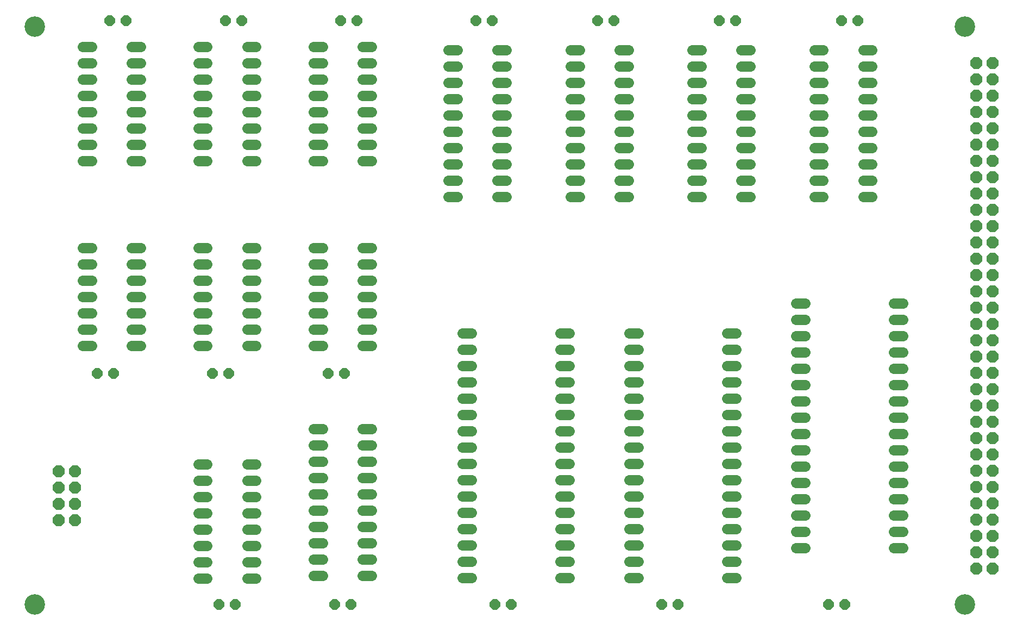
<source format=gbs>
G75*
G70*
%OFA0B0*%
%FSLAX24Y24*%
%IPPOS*%
%LPD*%
%AMOC8*
5,1,8,0,0,1.08239X$1,22.5*
%
%ADD10C,0.1261*%
%ADD11C,0.0640*%
%ADD12OC8,0.0640*%
%ADD13OC8,0.0720*%
%ADD14OC8,0.0710*%
D10*
X002120Y002120D03*
X059206Y002120D03*
X059206Y037553D03*
X002120Y037553D03*
D11*
X005064Y036328D02*
X005624Y036328D01*
X005624Y035328D02*
X005064Y035328D01*
X005064Y034328D02*
X005624Y034328D01*
X005624Y033328D02*
X005064Y033328D01*
X005064Y032328D02*
X005624Y032328D01*
X005624Y031328D02*
X005064Y031328D01*
X005064Y030328D02*
X005624Y030328D01*
X005624Y029328D02*
X005064Y029328D01*
X008064Y029328D02*
X008624Y029328D01*
X008624Y030328D02*
X008064Y030328D01*
X008064Y031328D02*
X008624Y031328D01*
X008624Y032328D02*
X008064Y032328D01*
X008064Y033328D02*
X008624Y033328D01*
X008624Y034328D02*
X008064Y034328D01*
X008064Y035328D02*
X008624Y035328D01*
X008624Y036328D02*
X008064Y036328D01*
X012151Y036328D02*
X012711Y036328D01*
X012711Y035328D02*
X012151Y035328D01*
X012151Y034328D02*
X012711Y034328D01*
X012711Y033328D02*
X012151Y033328D01*
X012151Y032328D02*
X012711Y032328D01*
X012711Y031328D02*
X012151Y031328D01*
X012151Y030328D02*
X012711Y030328D01*
X012711Y029328D02*
X012151Y029328D01*
X015151Y029328D02*
X015711Y029328D01*
X015711Y030328D02*
X015151Y030328D01*
X015151Y031328D02*
X015711Y031328D01*
X015711Y032328D02*
X015151Y032328D01*
X015151Y033328D02*
X015711Y033328D01*
X015711Y034328D02*
X015151Y034328D01*
X015151Y035328D02*
X015711Y035328D01*
X015711Y036328D02*
X015151Y036328D01*
X019237Y036328D02*
X019797Y036328D01*
X019797Y035328D02*
X019237Y035328D01*
X019237Y034328D02*
X019797Y034328D01*
X019797Y033328D02*
X019237Y033328D01*
X019237Y032328D02*
X019797Y032328D01*
X019797Y031328D02*
X019237Y031328D01*
X019237Y030328D02*
X019797Y030328D01*
X019797Y029328D02*
X019237Y029328D01*
X022237Y029328D02*
X022797Y029328D01*
X022797Y030328D02*
X022237Y030328D01*
X022237Y031328D02*
X022797Y031328D01*
X022797Y032328D02*
X022237Y032328D01*
X022237Y033328D02*
X022797Y033328D01*
X022797Y034328D02*
X022237Y034328D01*
X022237Y035328D02*
X022797Y035328D01*
X022797Y036328D02*
X022237Y036328D01*
X027505Y036147D02*
X028065Y036147D01*
X028065Y035147D02*
X027505Y035147D01*
X027505Y034147D02*
X028065Y034147D01*
X028065Y033147D02*
X027505Y033147D01*
X027505Y032147D02*
X028065Y032147D01*
X028065Y031147D02*
X027505Y031147D01*
X027505Y030147D02*
X028065Y030147D01*
X028065Y029147D02*
X027505Y029147D01*
X027505Y028147D02*
X028065Y028147D01*
X028065Y027147D02*
X027505Y027147D01*
X030505Y027147D02*
X031065Y027147D01*
X031065Y028147D02*
X030505Y028147D01*
X030505Y029147D02*
X031065Y029147D01*
X031065Y030147D02*
X030505Y030147D01*
X030505Y031147D02*
X031065Y031147D01*
X031065Y032147D02*
X030505Y032147D01*
X030505Y033147D02*
X031065Y033147D01*
X031065Y034147D02*
X030505Y034147D01*
X030505Y035147D02*
X031065Y035147D01*
X031065Y036147D02*
X030505Y036147D01*
X034985Y036147D02*
X035545Y036147D01*
X035545Y035147D02*
X034985Y035147D01*
X034985Y034147D02*
X035545Y034147D01*
X035545Y033147D02*
X034985Y033147D01*
X034985Y032147D02*
X035545Y032147D01*
X035545Y031147D02*
X034985Y031147D01*
X034985Y030147D02*
X035545Y030147D01*
X035545Y029147D02*
X034985Y029147D01*
X034985Y028147D02*
X035545Y028147D01*
X035545Y027147D02*
X034985Y027147D01*
X037985Y027147D02*
X038545Y027147D01*
X038545Y028147D02*
X037985Y028147D01*
X037985Y029147D02*
X038545Y029147D01*
X038545Y030147D02*
X037985Y030147D01*
X037985Y031147D02*
X038545Y031147D01*
X038545Y032147D02*
X037985Y032147D01*
X037985Y033147D02*
X038545Y033147D01*
X038545Y034147D02*
X037985Y034147D01*
X037985Y035147D02*
X038545Y035147D01*
X038545Y036147D02*
X037985Y036147D01*
X042466Y036147D02*
X043026Y036147D01*
X043026Y035147D02*
X042466Y035147D01*
X042466Y034147D02*
X043026Y034147D01*
X043026Y033147D02*
X042466Y033147D01*
X042466Y032147D02*
X043026Y032147D01*
X043026Y031147D02*
X042466Y031147D01*
X042466Y030147D02*
X043026Y030147D01*
X043026Y029147D02*
X042466Y029147D01*
X042466Y028147D02*
X043026Y028147D01*
X043026Y027147D02*
X042466Y027147D01*
X045466Y027147D02*
X046026Y027147D01*
X046026Y028147D02*
X045466Y028147D01*
X045466Y029147D02*
X046026Y029147D01*
X046026Y030147D02*
X045466Y030147D01*
X045466Y031147D02*
X046026Y031147D01*
X046026Y032147D02*
X045466Y032147D01*
X045466Y033147D02*
X046026Y033147D01*
X046026Y034147D02*
X045466Y034147D01*
X045466Y035147D02*
X046026Y035147D01*
X046026Y036147D02*
X045466Y036147D01*
X049946Y036147D02*
X050506Y036147D01*
X050506Y035147D02*
X049946Y035147D01*
X049946Y034147D02*
X050506Y034147D01*
X050506Y033147D02*
X049946Y033147D01*
X049946Y032147D02*
X050506Y032147D01*
X050506Y031147D02*
X049946Y031147D01*
X049946Y030147D02*
X050506Y030147D01*
X050506Y029147D02*
X049946Y029147D01*
X049946Y028147D02*
X050506Y028147D01*
X050506Y027147D02*
X049946Y027147D01*
X052946Y027147D02*
X053506Y027147D01*
X053506Y028147D02*
X052946Y028147D01*
X052946Y029147D02*
X053506Y029147D01*
X053506Y030147D02*
X052946Y030147D01*
X052946Y031147D02*
X053506Y031147D01*
X053506Y032147D02*
X052946Y032147D01*
X052946Y033147D02*
X053506Y033147D01*
X053506Y034147D02*
X052946Y034147D01*
X052946Y035147D02*
X053506Y035147D01*
X053506Y036147D02*
X052946Y036147D01*
X054840Y020601D02*
X055400Y020601D01*
X055400Y019601D02*
X054840Y019601D01*
X054840Y018601D02*
X055400Y018601D01*
X055400Y017601D02*
X054840Y017601D01*
X054840Y016601D02*
X055400Y016601D01*
X055400Y015601D02*
X054840Y015601D01*
X054840Y014601D02*
X055400Y014601D01*
X055400Y013601D02*
X054840Y013601D01*
X054840Y012601D02*
X055400Y012601D01*
X055400Y011601D02*
X054840Y011601D01*
X054840Y010601D02*
X055400Y010601D01*
X055400Y009601D02*
X054840Y009601D01*
X054840Y008601D02*
X055400Y008601D01*
X055400Y007601D02*
X054840Y007601D01*
X054840Y006601D02*
X055400Y006601D01*
X055400Y005601D02*
X054840Y005601D01*
X049400Y005601D02*
X048840Y005601D01*
X048840Y006601D02*
X049400Y006601D01*
X049400Y007601D02*
X048840Y007601D01*
X048840Y008601D02*
X049400Y008601D01*
X049400Y009601D02*
X048840Y009601D01*
X048840Y010601D02*
X049400Y010601D01*
X049400Y011601D02*
X048840Y011601D01*
X048840Y012601D02*
X049400Y012601D01*
X049400Y013601D02*
X048840Y013601D01*
X048840Y014601D02*
X049400Y014601D01*
X049400Y015601D02*
X048840Y015601D01*
X048840Y016601D02*
X049400Y016601D01*
X049400Y017601D02*
X048840Y017601D01*
X048840Y018601D02*
X049400Y018601D01*
X049400Y019601D02*
X048840Y019601D01*
X048840Y020601D02*
X049400Y020601D01*
X045163Y018781D02*
X044603Y018781D01*
X044603Y017781D02*
X045163Y017781D01*
X045163Y016781D02*
X044603Y016781D01*
X044603Y015781D02*
X045163Y015781D01*
X045163Y014781D02*
X044603Y014781D01*
X044603Y013781D02*
X045163Y013781D01*
X045163Y012781D02*
X044603Y012781D01*
X044603Y011781D02*
X045163Y011781D01*
X045163Y010781D02*
X044603Y010781D01*
X044603Y009781D02*
X045163Y009781D01*
X045163Y008781D02*
X044603Y008781D01*
X044603Y007781D02*
X045163Y007781D01*
X045163Y006781D02*
X044603Y006781D01*
X044603Y005781D02*
X045163Y005781D01*
X045163Y004781D02*
X044603Y004781D01*
X044603Y003781D02*
X045163Y003781D01*
X039163Y003781D02*
X038603Y003781D01*
X038603Y004781D02*
X039163Y004781D01*
X039163Y005781D02*
X038603Y005781D01*
X038603Y006781D02*
X039163Y006781D01*
X039163Y007781D02*
X038603Y007781D01*
X038603Y008781D02*
X039163Y008781D01*
X039163Y009781D02*
X038603Y009781D01*
X038603Y010781D02*
X039163Y010781D01*
X039163Y011781D02*
X038603Y011781D01*
X038603Y012781D02*
X039163Y012781D01*
X039163Y013781D02*
X038603Y013781D01*
X038603Y014781D02*
X039163Y014781D01*
X039163Y015781D02*
X038603Y015781D01*
X038603Y016781D02*
X039163Y016781D01*
X039163Y017781D02*
X038603Y017781D01*
X038603Y018781D02*
X039163Y018781D01*
X034927Y018781D02*
X034367Y018781D01*
X034367Y017781D02*
X034927Y017781D01*
X034927Y016781D02*
X034367Y016781D01*
X034367Y015781D02*
X034927Y015781D01*
X034927Y014781D02*
X034367Y014781D01*
X034367Y013781D02*
X034927Y013781D01*
X034927Y012781D02*
X034367Y012781D01*
X034367Y011781D02*
X034927Y011781D01*
X034927Y010781D02*
X034367Y010781D01*
X034367Y009781D02*
X034927Y009781D01*
X034927Y008781D02*
X034367Y008781D01*
X034367Y007781D02*
X034927Y007781D01*
X034927Y006781D02*
X034367Y006781D01*
X034367Y005781D02*
X034927Y005781D01*
X034927Y004781D02*
X034367Y004781D01*
X034367Y003781D02*
X034927Y003781D01*
X028927Y003781D02*
X028367Y003781D01*
X028367Y004781D02*
X028927Y004781D01*
X028927Y005781D02*
X028367Y005781D01*
X028367Y006781D02*
X028927Y006781D01*
X028927Y007781D02*
X028367Y007781D01*
X028367Y008781D02*
X028927Y008781D01*
X028927Y009781D02*
X028367Y009781D01*
X028367Y010781D02*
X028927Y010781D01*
X028927Y011781D02*
X028367Y011781D01*
X028367Y012781D02*
X028927Y012781D01*
X028927Y013781D02*
X028367Y013781D01*
X028367Y014781D02*
X028927Y014781D01*
X028927Y015781D02*
X028367Y015781D01*
X028367Y016781D02*
X028927Y016781D01*
X028927Y017781D02*
X028367Y017781D01*
X028367Y018781D02*
X028927Y018781D01*
X022797Y019017D02*
X022237Y019017D01*
X022237Y018017D02*
X022797Y018017D01*
X019797Y018017D02*
X019237Y018017D01*
X019237Y019017D02*
X019797Y019017D01*
X019797Y020017D02*
X019237Y020017D01*
X019237Y021017D02*
X019797Y021017D01*
X019797Y022017D02*
X019237Y022017D01*
X019237Y023017D02*
X019797Y023017D01*
X019797Y024017D02*
X019237Y024017D01*
X022237Y024017D02*
X022797Y024017D01*
X022797Y023017D02*
X022237Y023017D01*
X022237Y022017D02*
X022797Y022017D01*
X022797Y021017D02*
X022237Y021017D01*
X022237Y020017D02*
X022797Y020017D01*
X015711Y020017D02*
X015151Y020017D01*
X015151Y021017D02*
X015711Y021017D01*
X015711Y022017D02*
X015151Y022017D01*
X015151Y023017D02*
X015711Y023017D01*
X015711Y024017D02*
X015151Y024017D01*
X012711Y024017D02*
X012151Y024017D01*
X012151Y023017D02*
X012711Y023017D01*
X012711Y022017D02*
X012151Y022017D01*
X012151Y021017D02*
X012711Y021017D01*
X012711Y020017D02*
X012151Y020017D01*
X012151Y019017D02*
X012711Y019017D01*
X012711Y018017D02*
X012151Y018017D01*
X015151Y018017D02*
X015711Y018017D01*
X015711Y019017D02*
X015151Y019017D01*
X008624Y019017D02*
X008064Y019017D01*
X008064Y018017D02*
X008624Y018017D01*
X008624Y020017D02*
X008064Y020017D01*
X008064Y021017D02*
X008624Y021017D01*
X008624Y022017D02*
X008064Y022017D01*
X008064Y023017D02*
X008624Y023017D01*
X008624Y024017D02*
X008064Y024017D01*
X005624Y024017D02*
X005064Y024017D01*
X005064Y023017D02*
X005624Y023017D01*
X005624Y022017D02*
X005064Y022017D01*
X005064Y021017D02*
X005624Y021017D01*
X005624Y020017D02*
X005064Y020017D01*
X005064Y019017D02*
X005624Y019017D01*
X005624Y018017D02*
X005064Y018017D01*
X012151Y010738D02*
X012711Y010738D01*
X012711Y009738D02*
X012151Y009738D01*
X012151Y008738D02*
X012711Y008738D01*
X012711Y007738D02*
X012151Y007738D01*
X012151Y006738D02*
X012711Y006738D01*
X012711Y005738D02*
X012151Y005738D01*
X012151Y004738D02*
X012711Y004738D01*
X012711Y003738D02*
X012151Y003738D01*
X015151Y003738D02*
X015711Y003738D01*
X015711Y004738D02*
X015151Y004738D01*
X015151Y005738D02*
X015711Y005738D01*
X015711Y006738D02*
X015151Y006738D01*
X015151Y007738D02*
X015711Y007738D01*
X015711Y008738D02*
X015151Y008738D01*
X015151Y009738D02*
X015711Y009738D01*
X015711Y010738D02*
X015151Y010738D01*
X019237Y010919D02*
X019797Y010919D01*
X019797Y011919D02*
X019237Y011919D01*
X019237Y012919D02*
X019797Y012919D01*
X022237Y012919D02*
X022797Y012919D01*
X022797Y011919D02*
X022237Y011919D01*
X022237Y010919D02*
X022797Y010919D01*
X022797Y009919D02*
X022237Y009919D01*
X022237Y008919D02*
X022797Y008919D01*
X022797Y007919D02*
X022237Y007919D01*
X022237Y006919D02*
X022797Y006919D01*
X022797Y005919D02*
X022237Y005919D01*
X022237Y004919D02*
X022797Y004919D01*
X022797Y003919D02*
X022237Y003919D01*
X019797Y003919D02*
X019237Y003919D01*
X019237Y004919D02*
X019797Y004919D01*
X019797Y005919D02*
X019237Y005919D01*
X019237Y006919D02*
X019797Y006919D01*
X019797Y007919D02*
X019237Y007919D01*
X019237Y008919D02*
X019797Y008919D01*
X019797Y009919D02*
X019237Y009919D01*
D12*
X020124Y016293D03*
X021124Y016293D03*
X014037Y016293D03*
X013037Y016293D03*
X006950Y016293D03*
X005950Y016293D03*
X013431Y002120D03*
X014431Y002120D03*
X020517Y002120D03*
X021517Y002120D03*
X030360Y002120D03*
X031360Y002120D03*
X040596Y002120D03*
X041596Y002120D03*
X050832Y002120D03*
X051832Y002120D03*
X051620Y037946D03*
X052620Y037946D03*
X045139Y037946D03*
X044139Y037946D03*
X037659Y037946D03*
X036659Y037946D03*
X030179Y037946D03*
X029179Y037946D03*
X021911Y037946D03*
X020911Y037946D03*
X014824Y037946D03*
X013824Y037946D03*
X007738Y037946D03*
X006738Y037946D03*
D13*
X004588Y010313D03*
X003588Y010313D03*
X003588Y009313D03*
X004588Y009313D03*
X004588Y008313D03*
X003588Y008313D03*
X003588Y007313D03*
X004588Y007313D03*
D14*
X059887Y007336D03*
X060887Y007336D03*
X060887Y006336D03*
X059887Y006336D03*
X059887Y005336D03*
X060887Y005336D03*
X060887Y004336D03*
X059887Y004336D03*
X059887Y008336D03*
X059887Y009336D03*
X060887Y009336D03*
X060887Y008336D03*
X060887Y010336D03*
X059887Y010336D03*
X059887Y011336D03*
X060887Y011336D03*
X060887Y012336D03*
X059887Y012336D03*
X059887Y013336D03*
X060887Y013336D03*
X060887Y014336D03*
X059887Y014336D03*
X059887Y015336D03*
X060887Y015336D03*
X060887Y016336D03*
X059887Y016336D03*
X059887Y017336D03*
X060887Y017336D03*
X060887Y018336D03*
X059887Y018336D03*
X059887Y019336D03*
X060887Y019336D03*
X060887Y020336D03*
X059887Y020336D03*
X059887Y021336D03*
X060887Y021336D03*
X060887Y022336D03*
X059887Y022336D03*
X059887Y023336D03*
X060887Y023336D03*
X060887Y024336D03*
X059887Y024336D03*
X059887Y025336D03*
X060887Y025336D03*
X060887Y026336D03*
X059887Y026336D03*
X059887Y027336D03*
X060887Y027336D03*
X060887Y028336D03*
X059887Y028336D03*
X059887Y029336D03*
X060887Y029336D03*
X060887Y030336D03*
X059887Y030336D03*
X059887Y031336D03*
X060887Y031336D03*
X060887Y032336D03*
X059887Y032336D03*
X059887Y033336D03*
X059887Y034336D03*
X060887Y034336D03*
X060887Y033336D03*
X060887Y035336D03*
X059887Y035336D03*
M02*

</source>
